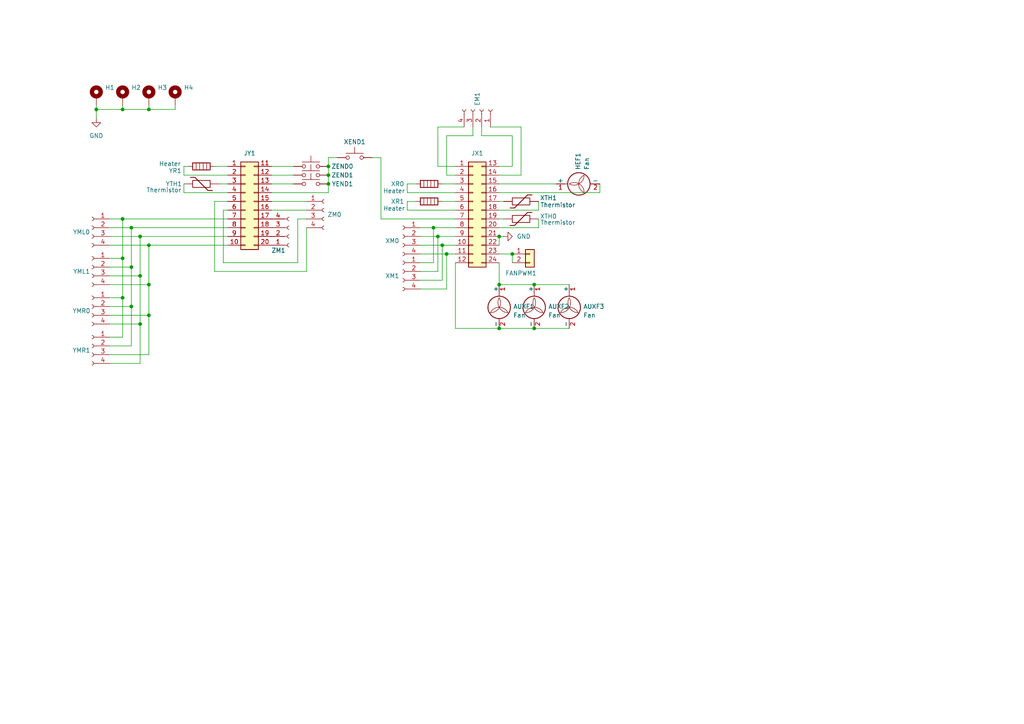
<source format=kicad_sch>
(kicad_sch (version 20250114) (generator "eeschema") (generator_version "9.0")
  (paper "A4")
  (lib_symbols
    (symbol "Connector:Conn_01x04_Socket" (pin_names (offset 1.016) (hide yes))
      (property "Reference" "J" (at 0 5.08 0))
      (property "Value" "Conn_01x04_Socket" (at 0 -7.62 0))
      (symbol "Conn_01x04_Socket_1_1"
        (polyline (pts (xy -1.27 2.54) (xy -0.508 2.54)) (stroke (width 0.1524)))
        (polyline (pts (xy -1.27 0) (xy -0.508 0)) (stroke (width 0.1524)))
        (polyline (pts (xy -1.27 -2.54) (xy -0.508 -2.54)) (stroke (width 0.1524)))
        (polyline (pts (xy -1.27 -5.08) (xy -0.508 -5.08)) (stroke (width 0.1524)))
        (arc (start 0 2.032) (mid -0.5058 2.54) (end 0 3.048) (stroke (width 0.1524)))
        (arc (start 0 -0.508) (mid -0.5058 0) (end 0 0.508) (stroke (width 0.1524)))
        (arc (start 0 -3.048) (mid -0.5058 -2.54) (end 0 -2.032) (stroke (width 0.1524)))
        (arc (start 0 -5.588) (mid -0.5058 -5.08) (end 0 -4.572) (stroke (width 0.1524)))
        (pin passive line (at -5.08 2.54 0) (length 3.81) (name "Pin_1") (number "1"))
        (pin passive line (at -5.08 0 0) (length 3.81) (name "Pin_2") (number "2"))
        (pin passive line (at -5.08 -2.54 0) (length 3.81) (name "Pin_3") (number "3"))
        (pin passive line (at -5.08 -5.08 0) (length 3.81) (name "Pin_4") (number "4"))
      )
    )
    (symbol "Connector_Generic:Conn_01x02" (pin_names (offset 1.016) (hide yes))
      (property "Reference" "J" (at 0 2.54 0))
      (property "Value" "Conn_01x02" (at 0 -5.08 0))
      (symbol "Conn_01x02_1_1"
        (rectangle (start -1.27 1.27) (end 1.27 -3.81) (stroke (width 0.254)) (fill (type background)))
        (rectangle (start -1.27 0.127) (end 0 -0.127) (stroke (width 0.1524)))
        (rectangle (start -1.27 -2.413) (end 0 -2.667) (stroke (width 0.1524)))
        (pin passive line (at -5.08 0 0) (length 3.81) (name "Pin_1") (number "1"))
        (pin passive line (at -5.08 -2.54 0) (length 3.81) (name "Pin_2") (number "2"))
      )
    )
    (symbol "Connector_Generic:Conn_02x10_Top_Bottom" (pin_names (offset 1.016) (hide yes))
      (property "Reference" "J" (at 1.27 12.7 0))
      (property "Value" "Conn_02x10_Top_Bottom" (at 1.27 -15.24 0))
      (symbol "Conn_02x10_Top_Bottom_1_1"
        (rectangle (start -1.27 11.43) (end 3.81 -13.97) (stroke (width 0.254)) (fill (type background)))
        (rectangle (start -1.27 10.287) (end 0 10.033) (stroke (width 0.1524)))
        (rectangle (start -1.27 7.747) (end 0 7.493) (stroke (width 0.1524)))
        (rectangle (start -1.27 5.207) (end 0 4.953) (stroke (width 0.1524)))
        (rectangle (start -1.27 2.667) (end 0 2.413) (stroke (width 0.1524)))
        (rectangle (start -1.27 0.127) (end 0 -0.127) (stroke (width 0.1524)))
        (rectangle (start -1.27 -2.413) (end 0 -2.667) (stroke (width 0.1524)))
        (rectangle (start -1.27 -4.953) (end 0 -5.207) (stroke (width 0.1524)))
        (rectangle (start -1.27 -7.493) (end 0 -7.747) (stroke (width 0.1524)))
        (rectangle (start -1.27 -10.033) (end 0 -10.287) (stroke (width 0.1524)))
        (rectangle (start -1.27 -12.573) (end 0 -12.827) (stroke (width 0.1524)))
        (rectangle (start 3.81 10.287) (end 2.54 10.033) (stroke (width 0.1524)))
        (rectangle (start 3.81 7.747) (end 2.54 7.493) (stroke (width 0.1524)))
        (rectangle (start 3.81 5.207) (end 2.54 4.953) (stroke (width 0.1524)))
        (rectangle (start 3.81 2.667) (end 2.54 2.413) (stroke (width 0.1524)))
        (rectangle (start 3.81 0.127) (end 2.54 -0.127) (stroke (width 0.1524)))
        (rectangle (start 3.81 -2.413) (end 2.54 -2.667) (stroke (width 0.1524)))
        (rectangle (start 3.81 -4.953) (end 2.54 -5.207) (stroke (width 0.1524)))
        (rectangle (start 3.81 -7.493) (end 2.54 -7.747) (stroke (width 0.1524)))
        (rectangle (start 3.81 -10.033) (end 2.54 -10.287) (stroke (width 0.1524)))
        (rectangle (start 3.81 -12.573) (end 2.54 -12.827) (stroke (width 0.1524)))
        (pin passive line (at -5.08 10.16 0) (length 3.81) (name "Pin_1") (number "1"))
        (pin passive line (at -5.08 7.62 0) (length 3.81) (name "Pin_2") (number "2"))
        (pin passive line (at -5.08 5.08 0) (length 3.81) (name "Pin_3") (number "3"))
        (pin passive line (at -5.08 2.54 0) (length 3.81) (name "Pin_4") (number "4"))
        (pin passive line (at -5.08 0 0) (length 3.81) (name "Pin_5") (number "5"))
        (pin passive line (at -5.08 -2.54 0) (length 3.81) (name "Pin_6") (number "6"))
        (pin passive line (at -5.08 -5.08 0) (length 3.81) (name "Pin_7") (number "7"))
        (pin passive line (at -5.08 -7.62 0) (length 3.81) (name "Pin_8") (number "8"))
        (pin passive line (at -5.08 -10.16 0) (length 3.81) (name "Pin_9") (number "9"))
        (pin passive line (at -5.08 -12.7 0) (length 3.81) (name "Pin_10") (number "10"))
        (pin passive line (at 7.62 10.16 180) (length 3.81) (name "Pin_11") (number "11"))
        (pin passive line (at 7.62 7.62 180) (length 3.81) (name "Pin_12") (number "12"))
        (pin passive line (at 7.62 5.08 180) (length 3.81) (name "Pin_13") (number "13"))
        (pin passive line (at 7.62 2.54 180) (length 3.81) (name "Pin_14") (number "14"))
        (pin passive line (at 7.62 0 180) (length 3.81) (name "Pin_15") (number "15"))
        (pin passive line (at 7.62 -2.54 180) (length 3.81) (name "Pin_16") (number "16"))
        (pin passive line (at 7.62 -5.08 180) (length 3.81) (name "Pin_17") (number "17"))
        (pin passive line (at 7.62 -7.62 180) (length 3.81) (name "Pin_18") (number "18"))
        (pin passive line (at 7.62 -10.16 180) (length 3.81) (name "Pin_19") (number "19"))
        (pin passive line (at 7.62 -12.7 180) (length 3.81) (name "Pin_20") (number "20"))
      )
    )
    (symbol "Connector_Generic:Conn_02x12_Top_Bottom" (pin_names (offset 1.016) (hide yes))
      (property "Reference" "J" (at 1.27 15.24 0))
      (property "Value" "Conn_02x12_Top_Bottom" (at 1.27 -17.78 0))
      (symbol "Conn_02x12_Top_Bottom_1_1"
        (rectangle (start -1.27 13.97) (end 3.81 -16.51) (stroke (width 0.254)) (fill (type background)))
        (rectangle (start -1.27 12.827) (end 0 12.573) (stroke (width 0.1524)))
        (rectangle (start -1.27 10.287) (end 0 10.033) (stroke (width 0.1524)))
        (rectangle (start -1.27 7.747) (end 0 7.493) (stroke (width 0.1524)))
        (rectangle (start -1.27 5.207) (end 0 4.953) (stroke (width 0.1524)))
        (rectangle (start -1.27 2.667) (end 0 2.413) (stroke (width 0.1524)))
        (rectangle (start -1.27 0.127) (end 0 -0.127) (stroke (width 0.1524)))
        (rectangle (start -1.27 -2.413) (end 0 -2.667) (stroke (width 0.1524)))
        (rectangle (start -1.27 -4.953) (end 0 -5.207) (stroke (width 0.1524)))
        (rectangle (start -1.27 -7.493) (end 0 -7.747) (stroke (width 0.1524)))
        (rectangle (start -1.27 -10.033) (end 0 -10.287) (stroke (width 0.1524)))
        (rectangle (start -1.27 -12.573) (end 0 -12.827) (stroke (width 0.1524)))
        (rectangle (start -1.27 -15.113) (end 0 -15.367) (stroke (width 0.1524)))
        (rectangle (start 3.81 12.827) (end 2.54 12.573) (stroke (width 0.1524)))
        (rectangle (start 3.81 10.287) (end 2.54 10.033) (stroke (width 0.1524)))
        (rectangle (start 3.81 7.747) (end 2.54 7.493) (stroke (width 0.1524)))
        (rectangle (start 3.81 5.207) (end 2.54 4.953) (stroke (width 0.1524)))
        (rectangle (start 3.81 2.667) (end 2.54 2.413) (stroke (width 0.1524)))
        (rectangle (start 3.81 0.127) (end 2.54 -0.127) (stroke (width 0.1524)))
        (rectangle (start 3.81 -2.413) (end 2.54 -2.667) (stroke (width 0.1524)))
        (rectangle (start 3.81 -4.953) (end 2.54 -5.207) (stroke (width 0.1524)))
        (rectangle (start 3.81 -7.493) (end 2.54 -7.747) (stroke (width 0.1524)))
        (rectangle (start 3.81 -10.033) (end 2.54 -10.287) (stroke (width 0.1524)))
        (rectangle (start 3.81 -12.573) (end 2.54 -12.827) (stroke (width 0.1524)))
        (rectangle (start 3.81 -15.113) (end 2.54 -15.367) (stroke (width 0.1524)))
        (pin passive line (at -5.08 12.7 0) (length 3.81) (name "Pin_1") (number "1"))
        (pin passive line (at -5.08 10.16 0) (length 3.81) (name "Pin_2") (number "2"))
        (pin passive line (at -5.08 7.62 0) (length 3.81) (name "Pin_3") (number "3"))
        (pin passive line (at -5.08 5.08 0) (length 3.81) (name "Pin_4") (number "4"))
        (pin passive line (at -5.08 2.54 0) (length 3.81) (name "Pin_5") (number "5"))
        (pin passive line (at -5.08 0 0) (length 3.81) (name "Pin_6") (number "6"))
        (pin passive line (at -5.08 -2.54 0) (length 3.81) (name "Pin_7") (number "7"))
        (pin passive line (at -5.08 -5.08 0) (length 3.81) (name "Pin_8") (number "8"))
        (pin passive line (at -5.08 -7.62 0) (length 3.81) (name "Pin_9") (number "9"))
        (pin passive line (at -5.08 -10.16 0) (length 3.81) (name "Pin_10") (number "10"))
        (pin passive line (at -5.08 -12.7 0) (length 3.81) (name "Pin_11") (number "11"))
        (pin passive line (at -5.08 -15.24 0) (length 3.81) (name "Pin_12") (number "12"))
        (pin passive line (at 7.62 12.7 180) (length 3.81) (name "Pin_13") (number "13"))
        (pin passive line (at 7.62 10.16 180) (length 3.81) (name "Pin_14") (number "14"))
        (pin passive line (at 7.62 7.62 180) (length 3.81) (name "Pin_15") (number "15"))
        (pin passive line (at 7.62 5.08 180) (length 3.81) (name "Pin_16") (number "16"))
        (pin passive line (at 7.62 2.54 180) (length 3.81) (name "Pin_17") (number "17"))
        (pin passive line (at 7.62 0 180) (length 3.81) (name "Pin_18") (number "18"))
        (pin passive line (at 7.62 -2.54 180) (length 3.81) (name "Pin_19") (number "19"))
        (pin passive line (at 7.62 -5.08 180) (length 3.81) (name "Pin_20") (number "20"))
        (pin passive line (at 7.62 -7.62 180) (length 3.81) (name "Pin_21") (number "21"))
        (pin passive line (at 7.62 -10.16 180) (length 3.81) (name "Pin_22") (number "22"))
        (pin passive line (at 7.62 -12.7 180) (length 3.81) (name "Pin_23") (number "23"))
        (pin passive line (at 7.62 -15.24 180) (length 3.81) (name "Pin_24") (number "24"))
      )
    )
    (symbol "Device:Heater" (pin_numbers (hide yes)) (pin_names (offset 0))
      (property "Reference" "R" (at 2.032 0 90))
      (property "Value" "Heater" (at -2.032 0 90))
      (symbol "Heater_0_1"
        (polyline (pts (xy -1.016 1.524) (xy 1.016 1.524)))
        (rectangle (start -1.016 -2.54) (end 1.016 2.54) (stroke (width 0.254)))
        (polyline (pts (xy 1.016 0.508) (xy -1.016 0.508)))
        (polyline (pts (xy 1.016 -0.508) (xy -1.016 -0.508)))
        (polyline (pts (xy 1.016 -1.524) (xy -1.016 -1.524)))
      )
      (symbol "Heater_1_1"
        (pin passive line (at 0 3.81 270) (length 1.27) (name "~") (number "1"))
        (pin passive line (at 0 -3.81 90) (length 1.27) (name "~") (number "2"))
      )
    )
    (symbol "Device:Thermistor" (pin_numbers (hide yes)) (pin_names (offset 0))
      (property "Reference" "TH" (at 2.54 1.27 90))
      (property "Value" "Thermistor" (at -2.54 0 90))
      (symbol "Thermistor_0_1"
        (polyline (pts (xy -1.905 3.175) (xy -1.905 1.905) (xy 1.905 -1.905) (xy 1.905 -3.175) (xy 1.905 -3.175)) (stroke (width 0.254)))
        (rectangle (start -1.016 2.54) (end 1.016 -2.54) (stroke (width 0.2032)))
      )
      (symbol "Thermistor_1_1"
        (pin passive line (at 0 5.08 270) (length 2.54) (name "~") (number "1"))
        (pin passive line (at 0 -5.08 90) (length 2.54) (name "~") (number "2"))
      )
    )
    (symbol "Mechanical:MountingHole_Pad" (pin_numbers (hide yes)) (pin_names (offset 1.016) (hide yes)) (in_bom no)
      (property "Reference" "H" (at 0 6.35 0))
      (property "Value" "MountingHole_Pad" (at 0 4.445 0))
      (symbol "MountingHole_Pad_0_1"
        (circle (center 0 1.27) (radius 1.27) (stroke (width 1.27)))
      )
      (symbol "MountingHole_Pad_1_1"
        (pin input line (at 0 -2.54 90) (length 2.54) (name "1") (number "1"))
      )
    )
    (symbol "Motor:Fan" (pin_names (offset 0))
      (property "Reference" "M" (at 2.54 5.08 0))
      (property "Value" "Fan" (at 2.54 -2.54 0))
      (symbol "Fan_0_1"
        (arc (start 0 3.81) (mid -0.0015 0.9048) (end -2.54 -0.508))
        (polyline (pts (xy 0 4.572) (xy 0 5.08)))
        (polyline (pts (xy 0 4.2672) (xy 0 4.6228)))
        (circle (center 0 1.016) (radius 3.2512) (stroke (width 0.254)))
        (arc (start -2.54 -0.508) (mid 0 1.0618) (end 2.54 -0.508))
        (polyline (pts (xy 0 -2.2352) (xy 0 -2.6416)))
        (polyline (pts (xy 0 -5.08) (xy 0 -4.572)))
        (arc (start 2.54 -0.508) (mid 0.047 0.9315) (end 0 3.81))
      )
      (symbol "Fan_1_1"
        (pin passive line (at 0 7.62 270) (length 2.54) (name "+") (number "1"))
        (pin passive line (at 0 -5.08 90) (length 2.54) (name "-") (number "2"))
      )
    )
    (symbol "Switch:SW_Push" (pin_numbers (hide yes)) (pin_names (offset 1.016) (hide yes))
      (property "Reference" "SW" (at 1.27 2.54 0))
      (property "Value" "SW_Push" (at 0 -1.524 0))
      (symbol "SW_Push_0_1"
        (circle (center -2.032 0) (radius 0.508))
        (polyline (pts (xy 0 1.27) (xy 0 3.048)))
        (circle (center 2.032 0) (radius 0.508))
        (polyline (pts (xy 2.54 1.27) (xy -2.54 1.27)))
        (pin passive line (at -5.08 0 0) (length 2.54) (name "1") (number "1"))
        (pin passive line (at 5.08 0 180) (length 2.54) (name "2") (number "2"))
      )
    )
    (symbol "power:GND" (power) (pin_numbers (hide yes)) (pin_names (offset 0) (hide yes))
      (property "Value" "GND" (at 0 -3.81 0))
      (symbol "GND_0_1"
        (polyline (pts (xy 0 0) (xy 0 -1.27) (xy 1.27 -1.27) (xy 0 -2.54) (xy -1.27 -1.27) (xy 0 -1.27)))
      )
      (symbol "GND_1_1"
        (pin power_in line (at 0 0 270) (length 0) (name "~") (number "1"))
      )
    )
  )
  (junction (at 40.64 68.58))
  (junction (at 35.56 63.5))
  (junction (at 125.73 66.04))
  (junction (at 95.25 50.8))
  (junction (at 128.27 71.12))
  (junction (at 43.18 31.75))
  (junction (at 38.1 77.47))
  (junction (at 154.94 95.25))
  (junction (at 40.64 80.01))
  (junction (at 43.18 91.44))
  (junction (at 43.18 82.55))
  (junction (at 144.78 95.25))
  (junction (at 43.18 71.12))
  (junction (at 35.56 74.93))
  (junction (at 95.25 53.34))
  (junction (at 38.1 66.04))
  (junction (at 35.56 31.75))
  (junction (at 154.94 82.55))
  (junction (at 127 68.58))
  (junction (at 40.64 93.98))
  (junction (at 27.94 31.75))
  (junction (at 129.54 73.66))
  (junction (at 95.25 48.26))
  (junction (at 38.1 88.9))
  (junction (at 144.78 82.55))
  (junction (at 148.59 73.66))
  (junction (at 35.56 86.36))
  (junction (at 144.78 68.58))
  (wire (pts (xy 78.74 53.34) (xy 85.09 53.34)))
  (wire (pts (xy 54.61 48.26) (xy 53.34 48.26)))
  (wire (pts (xy 95.25 45.72) (xy 95.25 48.26)))
  (wire (pts (xy 95.25 50.8) (xy 95.25 48.26)))
  (wire (pts (xy 35.56 30.48) (xy 35.56 31.75)))
  (wire (pts (xy 121.92 78.74) (xy 127 78.74)))
  (wire (pts (xy 40.64 93.98) (xy 40.64 105.41)))
  (wire (pts (xy 27.94 30.48) (xy 27.94 31.75)))
  (wire (pts (xy 40.64 105.41) (xy 31.75 105.41)))
  (wire (pts (xy 40.64 68.58) (xy 66.04 68.58)))
  (wire (pts (xy 144.78 48.26) (xy 148.59 48.26)))
  (wire (pts (xy 146.05 68.58) (xy 144.78 68.58)))
  (wire (pts (xy 144.78 58.42) (xy 146.05 58.42)))
  (wire (pts (xy 121.92 76.2) (xy 125.73 76.2)))
  (wire (pts (xy 127 68.58) (xy 132.08 68.58)))
  (wire (pts (xy 125.73 66.04) (xy 132.08 66.04)))
  (wire (pts (xy 31.75 66.04) (xy 38.1 66.04)))
  (wire (pts (xy 120.65 58.42) (xy 118.11 58.42)))
  (wire (pts (xy 173.99 53.34) (xy 173.99 55.88)))
  (wire (pts (xy 139.7 39.37) (xy 148.59 39.37)))
  (wire (pts (xy 110.49 45.72) (xy 110.49 63.5)))
  (wire (pts (xy 40.64 68.58) (xy 40.64 80.01)))
  (wire (pts (xy 132.08 95.25) (xy 144.78 95.25)))
  (wire (pts (xy 156.21 66.04) (xy 144.78 66.04)))
  (wire (pts (xy 78.74 48.26) (xy 85.09 48.26)))
  (wire (pts (xy 127 36.83) (xy 127 48.26)))
  (wire (pts (xy 31.75 97.79) (xy 35.56 97.79)))
  (wire (pts (xy 129.54 73.66) (xy 129.54 83.82)))
  (wire (pts (xy 64.77 60.96) (xy 64.77 76.2)))
  (wire (pts (xy 86.36 63.5) (xy 86.36 76.2)))
  (wire (pts (xy 31.75 82.55) (xy 43.18 82.55)))
  (wire (pts (xy 35.56 97.79) (xy 35.56 86.36)))
  (wire (pts (xy 66.04 50.8) (xy 53.34 50.8)))
  (wire (pts (xy 129.54 50.8) (xy 132.08 50.8)))
  (wire (pts (xy 35.56 74.93) (xy 35.56 86.36)))
  (wire (pts (xy 95.25 53.34) (xy 95.25 50.8)))
  (wire (pts (xy 95.25 55.88) (xy 95.25 53.34)))
  (wire (pts (xy 118.11 55.88) (xy 132.08 55.88)))
  (wire (pts (xy 121.92 81.28) (xy 128.27 81.28)))
  (wire (pts (xy 38.1 88.9) (xy 31.75 88.9)))
  (wire (pts (xy 66.04 55.88) (xy 53.34 55.88)))
  (wire (pts (xy 137.16 36.83) (xy 137.16 39.37)))
  (wire (pts (xy 127 48.26) (xy 132.08 48.26)))
  (wire (pts (xy 43.18 71.12) (xy 66.04 71.12)))
  (wire (pts (xy 66.04 48.26) (xy 62.23 48.26)))
  (wire (pts (xy 121.92 73.66) (xy 129.54 73.66)))
  (wire (pts (xy 78.74 58.42) (xy 88.9 58.42)))
  (wire (pts (xy 121.92 66.04) (xy 125.73 66.04)))
  (wire (pts (xy 40.64 93.98) (xy 31.75 93.98)))
  (wire (pts (xy 53.34 53.34) (xy 53.34 55.88)))
  (wire (pts (xy 31.75 68.58) (xy 40.64 68.58)))
  (wire (pts (xy 142.24 36.83) (xy 151.13 36.83)))
  (wire (pts (xy 31.75 100.33) (xy 38.1 100.33)))
  (wire (pts (xy 31.75 71.12) (xy 43.18 71.12)))
  (wire (pts (xy 148.59 39.37) (xy 148.59 48.26)))
  (wire (pts (xy 151.13 50.8) (xy 144.78 50.8)))
  (wire (pts (xy 118.11 58.42) (xy 118.11 60.96)))
  (wire (pts (xy 144.78 95.25) (xy 154.94 95.25)))
  (wire (pts (xy 156.21 63.5) (xy 156.21 66.04)))
  (wire (pts (xy 128.27 71.12) (xy 132.08 71.12)))
  (wire (pts (xy 148.59 73.66) (xy 148.59 76.2)))
  (wire (pts (xy 118.11 55.88) (xy 118.11 53.34)))
  (wire (pts (xy 128.27 53.34) (xy 132.08 53.34)))
  (wire (pts (xy 31.75 63.5) (xy 35.56 63.5)))
  (wire (pts (xy 144.78 76.2) (xy 144.78 82.55)))
  (wire (pts (xy 156.21 58.42) (xy 156.21 60.96)))
  (wire (pts (xy 139.7 36.83) (xy 139.7 39.37)))
  (wire (pts (xy 43.18 71.12) (xy 43.18 82.55)))
  (wire (pts (xy 66.04 53.34) (xy 63.5 53.34)))
  (wire (pts (xy 97.79 45.72) (xy 95.25 45.72)))
  (wire (pts (xy 154.94 82.55) (xy 165.1 82.55)))
  (wire (pts (xy 128.27 71.12) (xy 128.27 81.28)))
  (wire (pts (xy 40.64 80.01) (xy 31.75 80.01)))
  (wire (pts (xy 53.34 48.26) (xy 53.34 50.8)))
  (wire (pts (xy 137.16 39.37) (xy 129.54 39.37)))
  (wire (pts (xy 66.04 60.96) (xy 64.77 60.96)))
  (wire (pts (xy 134.62 36.83) (xy 127 36.83)))
  (wire (pts (xy 107.95 45.72) (xy 110.49 45.72)))
  (wire (pts (xy 50.8 30.48) (xy 50.8 31.75)))
  (wire (pts (xy 132.08 95.25) (xy 132.08 76.2)))
  (wire (pts (xy 151.13 36.83) (xy 151.13 50.8)))
  (wire (pts (xy 43.18 31.75) (xy 35.56 31.75)))
  (wire (pts (xy 43.18 82.55) (xy 43.18 91.44)))
  (wire (pts (xy 62.23 58.42) (xy 62.23 78.74)))
  (wire (pts (xy 38.1 77.47) (xy 38.1 88.9)))
  (wire (pts (xy 120.65 53.34) (xy 118.11 53.34)))
  (wire (pts (xy 35.56 63.5) (xy 35.56 74.93)))
  (wire (pts (xy 154.94 95.25) (xy 165.1 95.25)))
  (wire (pts (xy 35.56 63.5) (xy 66.04 63.5)))
  (wire (pts (xy 125.73 66.04) (xy 125.73 76.2)))
  (wire (pts (xy 88.9 66.04) (xy 88.9 78.74)))
  (wire (pts (xy 144.78 73.66) (xy 148.59 73.66)))
  (wire (pts (xy 78.74 60.96) (xy 88.9 60.96)))
  (wire (pts (xy 146.05 63.5) (xy 144.78 63.5)))
  (wire (pts (xy 144.78 68.58) (xy 144.78 71.12)))
  (wire (pts (xy 144.78 55.88) (xy 173.99 55.88)))
  (wire (pts (xy 38.1 66.04) (xy 66.04 66.04)))
  (wire (pts (xy 43.18 102.87) (xy 31.75 102.87)))
  (wire (pts (xy 121.92 71.12) (xy 128.27 71.12)))
  (wire (pts (xy 35.56 74.93) (xy 31.75 74.93)))
  (wire (pts (xy 78.74 55.88) (xy 95.25 55.88)))
  (wire (pts (xy 88.9 63.5) (xy 86.36 63.5)))
  (wire (pts (xy 40.64 80.01) (xy 40.64 93.98)))
  (wire (pts (xy 121.92 68.58) (xy 127 68.58)))
  (wire (pts (xy 118.11 60.96) (xy 132.08 60.96)))
  (wire (pts (xy 121.92 83.82) (xy 129.54 83.82)))
  (wire (pts (xy 110.49 63.5) (xy 132.08 63.5)))
  (wire (pts (xy 38.1 100.33) (xy 38.1 88.9)))
  (wire (pts (xy 129.54 73.66) (xy 132.08 73.66)))
  (wire (pts (xy 144.78 53.34) (xy 161.29 53.34)))
  (wire (pts (xy 144.78 82.55) (xy 154.94 82.55)))
  (wire (pts (xy 43.18 91.44) (xy 31.75 91.44)))
  (wire (pts (xy 27.94 31.75) (xy 27.94 34.29)))
  (wire (pts (xy 127 68.58) (xy 127 78.74)))
  (wire (pts (xy 78.74 50.8) (xy 85.09 50.8)))
  (wire (pts (xy 86.36 76.2) (xy 64.77 76.2)))
  (wire (pts (xy 50.8 31.75) (xy 43.18 31.75)))
  (wire (pts (xy 144.78 60.96) (xy 156.21 60.96)))
  (wire (pts (xy 43.18 30.48) (xy 43.18 31.75)))
  (wire (pts (xy 38.1 77.47) (xy 31.75 77.47)))
  (wire (pts (xy 88.9 78.74) (xy 62.23 78.74)))
  (wire (pts (xy 129.54 39.37) (xy 129.54 50.8)))
  (wire (pts (xy 128.27 58.42) (xy 132.08 58.42)))
  (wire (pts (xy 38.1 66.04) (xy 38.1 77.47)))
  (wire (pts (xy 62.23 58.42) (xy 66.04 58.42)))
  (wire (pts (xy 35.56 86.36) (xy 31.75 86.36)))
  (wire (pts (xy 43.18 91.44) (xy 43.18 102.87)))
  (wire (pts (xy 35.56 31.75) (xy 27.94 31.75)))
  (symbol (lib_id "Connector_Generic:Conn_02x10_Top_Bottom") (at 71.12 58.42 0) (unit 1)
    (property "Reference" "JY1" (at 72.39 44.45 0))
    (property "Value" "Conn_02x10_Top_Bottom" (effects (hide yes)))
    (property "Footprint" "Connector_Molex:Molex_Micro-Fit_3.0_43045-2012_2x10_P3.00mm_Vertical" (effects (hide yes)))
    (property "Description" "Generic connector, double row, 02x10, top/bottom pin numbering scheme (row 1: 1...pins_per_row, row2: pins_per_row+1 ... num_pins), script generated (kicad-library-utils/schlib/autogen/connector/)" (effects (hide yes)))
  )
  (symbol (lib_id "Motor:Fan") (at 154.94 90.17 0) (unit 1)
    (property "Reference" "AUXF2" (at 159.004 88.9 0) (effects (justify left)))
    (property "Value" "Fan" (at 159.004 91.44 0) (effects (justify left)))
    (property "Footprint" "Connector_JST:JST_XH_B2B-XH-A_1x02_P2.50mm_Vertical" (effects (hide yes)))
    (property "Description" "Fan" (effects (hide yes)))
  )
  (symbol (lib_id "Mechanical:MountingHole_Pad") (at 35.56 27.94 0) (unit 1) (in_bom no)
    (property "Reference" "H2" (at 38.1 25.3999 0) (effects (justify left)))
    (property "Value" "MountingHole_Pad" (effects (hide yes)))
    (property "Footprint" "MountingHole:MountingHole_3.2mm_M3_DIN965_Pad_TopBottom" (effects (hide yes)))
    (property "Description" "Mounting Hole with connection" (effects (hide yes)))
  )
  (symbol (lib_id "Connector_Generic:Conn_02x12_Top_Bottom") (at 137.16 60.96 0) (unit 1)
    (property "Reference" "JX1" (at 138.43 44.45 0))
    (property "Value" "Conn_02x12_Top_Bottom" (effects (hide yes)))
    (property "Footprint" "Connector_Molex:Molex_Micro-Fit_3.0_43045-2412_2x12_P3.00mm_Vertical" (effects (hide yes)))
    (property "Description" "Generic connector, double row, 02x12, top/bottom pin numbering scheme (row 1: 1...pins_per_row, row2: pins_per_row+1 ... num_pins), script generated (kicad-library-utils/schlib/autogen/connector/)" (effects (hide yes)))
  )
  (symbol (lib_id "Device:Thermistor") (at 151.13 58.42 90) (unit 1)
    (property "Reference" "XTH1" (at 161.544 57.404 90) (effects (justify left)))
    (property "Value" "Thermistor" (at 166.878 59.436 90) (effects (justify left)))
    (property "Footprint" "Connector_JST:JST_XH_B2B-XH-A_1x02_P2.50mm_Vertical" (effects (hide yes)))
    (property "Description" "Temperature dependent resistor" (effects (hide yes)))
  )
  (symbol (lib_id "Device:Heater") (at 124.46 58.42 90) (unit 1)
    (property "Reference" "XR1" (at 115.316 58.42 90))
    (property "Value" "Heater" (at 114.3 60.452 90))
    (property "Footprint" "TerminalBlock_4Ucon:TerminalBlock_4Ucon_1x02_P3.50mm_Horizontal" (effects (hide yes)))
    (property "Description" "Resistive heater" (effects (hide yes)))
  )
  (symbol (lib_id "Connector:Conn_01x04_Socket") (at 26.67 100.33 0) (mirror y) (unit 1)
    (property "Reference" "YMR1" (at 23.622 101.6 0))
    (property "Value" "Conn_01x04_Socket" (effects (hide yes)))
    (property "Footprint" "Connector_JST:JST_XH_B4B-XH-A_1x04_P2.50mm_Vertical" (effects (hide yes)))
    (property "Description" "Generic connector, single row, 01x04, script generated" (effects (hide yes)))
  )
  (symbol (lib_id "Connector:Conn_01x04_Socket") (at 83.82 68.58 0) (mirror x) (unit 1)
    (property "Reference" "ZM1" (at 80.772 72.644 0))
    (property "Value" "Conn_01x04_Socket" (effects (hide yes)))
    (property "Footprint" "Connector_JST:JST_XH_B4B-XH-A_1x04_P2.50mm_Vertical" (effects (hide yes)))
    (property "Description" "Generic connector, single row, 01x04, script generated" (effects (hide yes)))
  )
  (symbol (lib_id "power:GND") (at 27.94 34.29 0) (unit 1)
    (property "Reference" "#PWR01" (effects (hide yes)))
    (property "Value" "GND" (at 27.94 39.37 0))
    (property "Description" "Power symbol creates a global label with name \"GND\" , ground" (effects (hide yes)))
  )
  (symbol (lib_id "Connector:Conn_01x04_Socket") (at 26.67 88.9 0) (mirror y) (unit 1)
    (property "Reference" "YMR0" (at 23.622 90.17 0))
    (property "Value" "Conn_01x04_Socket" (effects (hide yes)))
    (property "Footprint" "Connector_JST:JST_XH_B4B-XH-A_1x04_P2.50mm_Vertical" (effects (hide yes)))
    (property "Description" "Generic connector, single row, 01x04, script generated" (effects (hide yes)))
  )
  (symbol (lib_id "Motor:Fan") (at 144.78 90.17 0) (unit 1)
    (property "Reference" "AUXF1" (at 148.844 88.9 0) (effects (justify left)))
    (property "Value" "Fan" (at 148.844 91.44 0) (effects (justify left)))
    (property "Footprint" "Connector_JST:JST_XH_B2B-XH-A_1x02_P2.50mm_Vertical" (effects (hide yes)))
    (property "Description" "Fan" (effects (hide yes)))
  )
  (symbol (lib_id "Connector:Conn_01x04_Socket") (at 116.84 78.74 0) (mirror y) (unit 1)
    (property "Reference" "XM1" (at 113.792 80.01 0))
    (property "Value" "Conn_01x04_Socket" (effects (hide yes)))
    (property "Footprint" "Connector_JST:JST_XH_B4B-XH-A_1x04_P2.50mm_Vertical" (effects (hide yes)))
    (property "Description" "Generic connector, single row, 01x04, script generated" (effects (hide yes)))
  )
  (symbol (lib_id "power:GND") (at 146.05 68.58 90) (mirror x) (unit 1)
    (property "Reference" "#PWR02" (effects (hide yes)))
    (property "Value" "GND" (at 149.86 68.5799 90) (effects (justify right)))
    (property "Description" "Power symbol creates a global label with name \"GND\" , ground" (effects (hide yes)))
  )
  (symbol (lib_id "Switch:SW_Push") (at 90.17 48.26 0) (mirror y) (unit 1)
    (property "Reference" "ZEND0" (at 99.314 48.26 0))
    (property "Value" "SW_Push" (effects (hide yes)))
    (property "Footprint" "Connector_JST:JST_XH_B2B-XH-A_1x02_P2.50mm_Vertical" (effects (hide yes)))
    (property "Description" "Push button switch, generic, two pins" (effects (hide yes)))
  )
  (symbol (lib_id "Connector:Conn_01x04_Socket") (at 139.7 31.75 270) (mirror x) (unit 1)
    (property "Reference" "EM1" (at 138.43 28.702 0))
    (property "Value" "Conn_01x04_Socket" (effects (hide yes)))
    (property "Footprint" "Connector_JST:JST_XH_B4B-XH-A_1x04_P2.50mm_Vertical" (effects (hide yes)))
    (property "Description" "Generic connector, single row, 01x04, script generated" (effects (hide yes)))
  )
  (symbol (lib_id "Motor:Fan") (at 168.91 53.34 90) (unit 1)
    (property "Reference" "HEF1" (at 167.64 49.276 0) (effects (justify left)))
    (property "Value" "Fan" (at 170.18 49.276 0) (effects (justify left)))
    (property "Footprint" "Connector_JST:JST_XH_B2B-XH-A_1x02_P2.50mm_Vertical" (effects (hide yes)))
    (property "Description" "Fan" (effects (hide yes)))
  )
  (symbol (lib_id "Device:Thermistor") (at 151.13 63.5 90) (unit 1)
    (property "Reference" "XTH0" (at 161.544 62.738 90) (effects (justify left)))
    (property "Value" "Thermistor" (at 166.878 64.516 90) (effects (justify left)))
    (property "Footprint" "Connector_JST:JST_XH_B2B-XH-A_1x02_P2.50mm_Vertical" (effects (hide yes)))
    (property "Description" "Temperature dependent resistor" (effects (hide yes)))
  )
  (symbol (lib_id "Switch:SW_Push") (at 90.17 50.8 0) (mirror y) (unit 1)
    (property "Reference" "ZEND1" (at 99.314 50.8 0))
    (property "Value" "SW_Push" (effects (hide yes)))
    (property "Footprint" "Connector_JST:JST_XH_B2B-XH-A_1x02_P2.50mm_Vertical" (effects (hide yes)))
    (property "Description" "Push button switch, generic, two pins" (effects (hide yes)))
  )
  (symbol (lib_id "Connector:Conn_01x04_Socket") (at 93.98 60.96 0) (unit 1)
    (property "Reference" "ZM0" (at 97.028 62.23 0))
    (property "Value" "Conn_01x04_Socket" (effects (hide yes)))
    (property "Footprint" "Connector_JST:JST_XH_B4B-XH-A_1x04_P2.50mm_Vertical" (effects (hide yes)))
    (property "Description" "Generic connector, single row, 01x04, script generated" (effects (hide yes)))
  )
  (symbol (lib_id "Connector:Conn_01x04_Socket") (at 26.67 66.04 0) (mirror y) (unit 1)
    (property "Reference" "YML0" (at 23.622 67.31 0))
    (property "Value" "Conn_01x04_Socket" (effects (hide yes)))
    (property "Footprint" "Connector_JST:JST_XH_B4B-XH-A_1x04_P2.50mm_Vertical" (effects (hide yes)))
    (property "Description" "Generic connector, single row, 01x04, script generated" (effects (hide yes)))
  )
  (symbol (lib_id "Connector:Conn_01x04_Socket") (at 26.67 77.47 0) (mirror y) (unit 1)
    (property "Reference" "YML1" (at 26.162 78.74 0) (effects (justify left)))
    (property "Value" "Conn_01x04_Socket" (effects (hide yes)))
    (property "Footprint" "Connector_JST:JST_XH_B4B-XH-A_1x04_P2.50mm_Vertical" (effects (hide yes)))
    (property "Description" "Generic connector, single row, 01x04, script generated" (effects (hide yes)))
  )
  (symbol (lib_id "Connector:Conn_01x04_Socket") (at 116.84 68.58 0) (mirror y) (unit 1)
    (property "Reference" "XM0" (at 113.792 69.85 0))
    (property "Value" "Conn_01x04_Socket" (effects (hide yes)))
    (property "Footprint" "Connector_JST:JST_XH_B4B-XH-A_1x04_P2.50mm_Vertical" (effects (hide yes)))
    (property "Description" "Generic connector, single row, 01x04, script generated" (effects (hide yes)))
  )
  (symbol (lib_id "Device:Heater") (at 124.46 53.34 90) (unit 1)
    (property "Reference" "XR0" (at 115.316 53.34 90))
    (property "Value" "Heater" (at 114.3 55.372 90))
    (property "Footprint" "TerminalBlock_4Ucon:TerminalBlock_4Ucon_1x02_P3.50mm_Horizontal" (effects (hide yes)))
    (property "Description" "Resistive heater" (effects (hide yes)))
  )
  (symbol (lib_id "Mechanical:MountingHole_Pad") (at 27.94 27.94 0) (unit 1) (in_bom no)
    (property "Reference" "H1" (at 30.48 25.3999 0) (effects (justify left)))
    (property "Value" "MountingHole_Pad" (effects (hide yes)))
    (property "Footprint" "MountingHole:MountingHole_3.2mm_M3_DIN965_Pad_TopBottom" (effects (hide yes)))
    (property "Description" "Mounting Hole with connection" (effects (hide yes)))
  )
  (symbol (lib_id "Switch:SW_Push") (at 90.17 53.34 0) (unit 1)
    (property "Reference" "YEND1" (at 99.314 53.34 0))
    (property "Value" "SW_Push" (effects (hide yes)))
    (property "Footprint" "Connector_JST:JST_XH_B2B-XH-A_1x02_P2.50mm_Vertical" (effects (hide yes)))
    (property "Description" "Push button switch, generic, two pins" (effects (hide yes)))
  )
  (symbol (lib_id "Motor:Fan") (at 165.1 90.17 0) (unit 1)
    (property "Reference" "AUXF3" (at 169.164 88.9 0) (effects (justify left)))
    (property "Value" "Fan" (at 169.164 91.44 0) (effects (justify left)))
    (property "Footprint" "Connector_JST:JST_XH_B2B-XH-A_1x02_P2.50mm_Vertical" (effects (hide yes)))
    (property "Description" "Fan" (effects (hide yes)))
  )
  (symbol (lib_id "Device:Heater") (at 58.42 48.26 90) (mirror x) (unit 1)
    (property "Reference" "YR1" (at 50.8 49.53 90))
    (property "Value" "Heater" (at 49.276 47.498 90))
    (property "Footprint" "TerminalBlock_4Ucon:TerminalBlock_4Ucon_1x02_P3.50mm_Horizontal" (effects (hide yes)))
    (property "Description" "Resistive heater" (effects (hide yes)))
  )
  (symbol (lib_id "Device:Thermistor") (at 58.42 53.34 270) (mirror x) (unit 1)
    (property "Reference" "YTH1" (at 48.006 53.34 90) (effects (justify left)))
    (property "Value" "Thermistor" (at 42.418 55.118 90) (effects (justify left)))
    (property "Footprint" "Connector_JST:JST_XH_B2B-XH-A_1x02_P2.50mm_Vertical" (effects (hide yes)))
    (property "Description" "Temperature dependent resistor" (effects (hide yes)))
  )
  (symbol (lib_id "Mechanical:MountingHole_Pad") (at 50.8 27.94 0) (unit 1) (in_bom no)
    (property "Reference" "H4" (at 53.34 25.3999 0) (effects (justify left)))
    (property "Value" "MountingHole_Pad" (effects (hide yes)))
    (property "Footprint" "MountingHole:MountingHole_3.2mm_M3_DIN965_Pad_TopBottom" (effects (hide yes)))
    (property "Description" "Mounting Hole with connection" (effects (hide yes)))
  )
  (symbol (lib_id "Switch:SW_Push") (at 102.87 45.72 0) (unit 1)
    (property "Reference" "XEND1" (at 102.87 41.148 0))
    (property "Value" "SW_Push" (effects (hide yes)))
    (property "Footprint" "Connector_JST:JST_XH_B2B-XH-A_1x02_P2.50mm_Vertical" (effects (hide yes)))
    (property "Description" "Push button switch, generic, two pins" (effects (hide yes)))
  )
  (symbol (lib_id "Mechanical:MountingHole_Pad") (at 43.18 27.94 0) (unit 1) (in_bom no)
    (property "Reference" "H3" (at 45.72 25.3999 0) (effects (justify left)))
    (property "Value" "MountingHole_Pad" (effects (hide yes)))
    (property "Footprint" "MountingHole:MountingHole_3.2mm_M3_DIN965_Pad_TopBottom" (effects (hide yes)))
    (property "Description" "Mounting Hole with connection" (effects (hide yes)))
  )
  (symbol (lib_id "Connector_Generic:Conn_01x02") (at 153.67 73.66 0) (unit 1)
    (property "Reference" "FANPWM1" (at 146.558 79.248 0) (effects (justify left)))
    (property "Value" "Conn_01x02" (effects (hide yes)))
    (property "Footprint" "Connector_JST:JST_XH_B2B-XH-A_1x02_P2.50mm_Vertical" (effects (hide yes)))
    (property "Description" "Generic connector, single row, 01x02, script generated (kicad-library-utils/schlib/autogen/connector/)" (effects (hide yes)))
  )
)
</source>
